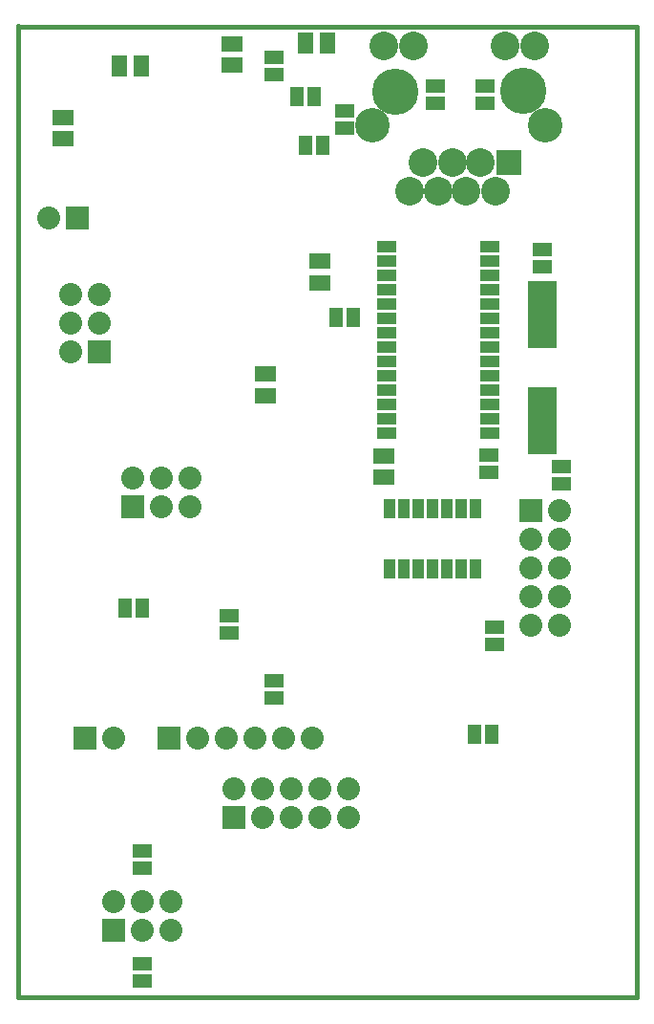
<source format=gbs>
G04 (created by PCBNEW (2011-nov-30)-testing) date ven. 21 sept. 2012 14:12:35 CEST*
%MOIN*%
G04 Gerber Fmt 3.4, Leading zero omitted, Abs format*
%FSLAX34Y34*%
G01*
G70*
G90*
G04 APERTURE LIST*
%ADD10C,0.006*%
%ADD11C,0.015*%
%ADD12R,0.055X0.075*%
%ADD13R,0.075X0.055*%
%ADD14R,0.065X0.045*%
%ADD15R,0.045X0.065*%
%ADD16R,0.08X0.08*%
%ADD17C,0.08*%
%ADD18R,0.07X0.04*%
%ADD19R,0.04X0.065*%
%ADD20R,0.0987X0.2365*%
%ADD21C,0.1617*%
%ADD22R,0.09X0.09*%
%ADD23C,0.1*%
%ADD24C,0.12*%
G04 APERTURE END LIST*
G54D10*
G54D11*
X19700Y-39375D02*
X19700Y-39400D01*
X41300Y-39375D02*
X19700Y-39375D01*
X41300Y-73225D02*
X41300Y-39375D01*
X39375Y-73225D02*
X41300Y-73225D01*
X19685Y-73228D02*
X19685Y-39370D01*
X39370Y-73228D02*
X19685Y-73228D01*
G54D12*
X23247Y-40748D03*
X23997Y-40748D03*
G54D13*
X21260Y-42538D03*
X21260Y-43288D03*
X32480Y-54349D03*
X32480Y-55099D03*
X28346Y-51495D03*
X28346Y-52245D03*
X27165Y-39979D03*
X27165Y-40729D03*
G54D12*
X29743Y-39961D03*
X30493Y-39961D03*
G54D13*
X30217Y-48308D03*
X30217Y-47558D03*
G54D14*
X24016Y-72643D03*
X24016Y-72043D03*
X36319Y-60330D03*
X36319Y-60930D03*
G54D15*
X30802Y-49508D03*
X31402Y-49508D03*
G54D14*
X24016Y-68106D03*
X24016Y-68706D03*
G54D15*
X29424Y-41831D03*
X30024Y-41831D03*
G54D14*
X28642Y-40448D03*
X28642Y-41048D03*
X31102Y-42918D03*
X31102Y-42318D03*
G54D15*
X36245Y-64055D03*
X35645Y-64055D03*
G54D14*
X38681Y-54720D03*
X38681Y-55320D03*
X36122Y-54926D03*
X36122Y-54326D03*
G54D15*
X29720Y-43504D03*
X30320Y-43504D03*
G54D14*
X28642Y-62200D03*
X28642Y-62800D03*
X27067Y-59936D03*
X27067Y-60536D03*
X37992Y-47741D03*
X37992Y-47141D03*
G54D15*
X23420Y-59646D03*
X24020Y-59646D03*
G54D16*
X23705Y-56110D03*
G54D17*
X23705Y-55110D03*
X24705Y-56110D03*
X24705Y-55110D03*
X25705Y-56110D03*
X25705Y-55110D03*
G54D16*
X24961Y-64173D03*
G54D17*
X25961Y-64173D03*
X26961Y-64173D03*
X27961Y-64173D03*
X28961Y-64173D03*
X29961Y-64173D03*
G54D18*
X32550Y-53545D03*
X32550Y-53045D03*
X32550Y-52545D03*
X32550Y-52045D03*
X32550Y-51545D03*
X32550Y-51045D03*
X32550Y-50545D03*
X32550Y-50045D03*
X32550Y-49545D03*
X32550Y-49045D03*
X32550Y-48545D03*
X32550Y-48045D03*
X32550Y-47545D03*
X32550Y-47045D03*
X36150Y-47045D03*
X36150Y-47545D03*
X36150Y-48045D03*
X36150Y-48545D03*
X36150Y-49045D03*
X36150Y-49545D03*
X36150Y-50045D03*
X36150Y-50545D03*
X36150Y-51045D03*
X36150Y-51545D03*
X36150Y-52045D03*
X36150Y-52545D03*
X36150Y-53045D03*
X36150Y-53545D03*
G54D19*
X32654Y-56183D03*
X33154Y-56183D03*
X33654Y-56183D03*
X34154Y-56183D03*
X34654Y-56183D03*
X35154Y-56183D03*
X35654Y-56183D03*
X35654Y-58283D03*
X35154Y-58283D03*
X34654Y-58283D03*
X34154Y-58283D03*
X33654Y-58283D03*
X33154Y-58283D03*
X32654Y-58283D03*
G54D20*
X37992Y-49430D03*
X37992Y-53130D03*
G54D16*
X22039Y-64173D03*
G54D17*
X23039Y-64173D03*
G54D14*
X36000Y-42050D03*
X36000Y-41450D03*
X34250Y-42050D03*
X34250Y-41450D03*
G54D21*
X32856Y-41648D03*
X37344Y-41629D03*
G54D22*
X36832Y-44129D03*
G54D23*
X36360Y-45133D03*
X35848Y-44129D03*
X35336Y-45133D03*
X34864Y-44129D03*
X34352Y-45133D03*
X33840Y-44129D03*
X33368Y-45133D03*
X37718Y-40054D03*
X36714Y-40054D03*
X33486Y-40054D03*
X32482Y-40054D03*
G54D24*
X38112Y-42810D03*
X32049Y-42810D03*
G54D16*
X23016Y-70874D03*
G54D17*
X23016Y-69874D03*
X24016Y-70874D03*
X24016Y-69874D03*
X25016Y-70874D03*
X25016Y-69874D03*
G54D16*
X22547Y-50705D03*
G54D17*
X21547Y-50705D03*
X22547Y-49705D03*
X21547Y-49705D03*
X22547Y-48705D03*
X21547Y-48705D03*
G54D16*
X27232Y-66937D03*
G54D17*
X27232Y-65937D03*
X28232Y-66937D03*
X28232Y-65937D03*
X29232Y-66937D03*
X29232Y-65937D03*
X30232Y-66937D03*
X30232Y-65937D03*
X31232Y-66937D03*
X31232Y-65937D03*
G54D16*
X37591Y-56268D03*
G54D17*
X38591Y-56268D03*
X37591Y-57268D03*
X38591Y-57268D03*
X37591Y-58268D03*
X38591Y-58268D03*
X37591Y-59268D03*
X38591Y-59268D03*
X37591Y-60268D03*
X38591Y-60268D03*
G54D16*
X21760Y-46063D03*
G54D17*
X20760Y-46063D03*
M02*

</source>
